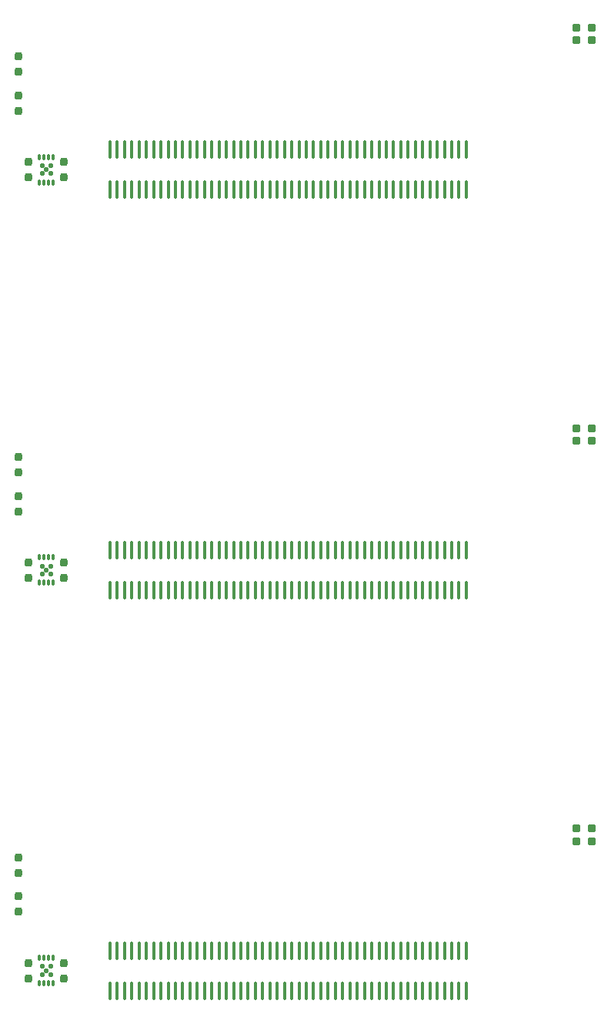
<source format=gtp>
G04 #@! TF.GenerationSoftware,KiCad,Pcbnew,8.0.6*
G04 #@! TF.CreationDate,2024-11-07T02:26:39-08:00*
G04 #@! TF.ProjectId,hvd-50-ce-panel,6876642d-3530-42d6-9365-2d70616e656c,1*
G04 #@! TF.SameCoordinates,Original*
G04 #@! TF.FileFunction,Paste,Top*
G04 #@! TF.FilePolarity,Positive*
%FSLAX46Y46*%
G04 Gerber Fmt 4.6, Leading zero omitted, Abs format (unit mm)*
G04 Created by KiCad (PCBNEW 8.0.6) date 2024-11-07 02:26:39*
%MOMM*%
%LPD*%
G01*
G04 APERTURE LIST*
G04 Aperture macros list*
%AMRoundRect*
0 Rectangle with rounded corners*
0 $1 Rounding radius*
0 $2 $3 $4 $5 $6 $7 $8 $9 X,Y pos of 4 corners*
0 Add a 4 corners polygon primitive as box body*
4,1,4,$2,$3,$4,$5,$6,$7,$8,$9,$2,$3,0*
0 Add four circle primitives for the rounded corners*
1,1,$1+$1,$2,$3*
1,1,$1+$1,$4,$5*
1,1,$1+$1,$6,$7*
1,1,$1+$1,$8,$9*
0 Add four rect primitives between the rounded corners*
20,1,$1+$1,$2,$3,$4,$5,0*
20,1,$1+$1,$4,$5,$6,$7,0*
20,1,$1+$1,$6,$7,$8,$9,0*
20,1,$1+$1,$8,$9,$2,$3,0*%
G04 Aperture macros list end*
%ADD10RoundRect,0.200000X0.250000X0.200000X-0.250000X0.200000X-0.250000X-0.200000X0.250000X-0.200000X0*%
%ADD11RoundRect,0.200000X0.200000X-0.250000X0.200000X0.250000X-0.200000X0.250000X-0.200000X-0.250000X0*%
%ADD12RoundRect,0.200000X-0.200000X0.250000X-0.200000X-0.250000X0.200000X-0.250000X0.200000X0.250000X0*%
%ADD13RoundRect,0.200000X-0.250000X-0.200000X0.250000X-0.200000X0.250000X0.200000X-0.250000X0.200000X0*%
%ADD14RoundRect,0.125000X0.125000X-0.125000X0.125000X0.125000X-0.125000X0.125000X-0.125000X-0.125000X0*%
%ADD15RoundRect,0.046875X0.103125X-0.253125X0.103125X0.253125X-0.103125X0.253125X-0.103125X-0.253125X0*%
%ADD16RoundRect,0.100000X0.100000X0.900000X-0.100000X0.900000X-0.100000X-0.900000X0.100000X-0.900000X0*%
G04 APERTURE END LIST*
D10*
G04 #@! TO.C,C2*
X-8950000Y114587000D03*
X-10650000Y114587000D03*
G04 #@! TD*
D11*
G04 #@! TO.C,R1*
X-67050000Y10152000D03*
X-67050000Y11852000D03*
G04 #@! TD*
D12*
G04 #@! TO.C,R2*
X-72100000Y23452000D03*
X-72100000Y21752000D03*
G04 #@! TD*
D11*
G04 #@! TO.C,R3*
X-72100000Y17452000D03*
X-72100000Y19152000D03*
G04 #@! TD*
D12*
G04 #@! TO.C,R2*
X-72100000Y67452000D03*
X-72100000Y65752000D03*
G04 #@! TD*
D11*
G04 #@! TO.C,R3*
X-72100000Y61452000D03*
X-72100000Y63152000D03*
G04 #@! TD*
G04 #@! TO.C,R1*
X-67050000Y54152000D03*
X-67050000Y55852000D03*
G04 #@! TD*
D13*
G04 #@! TO.C,R4*
X-10650000Y25202000D03*
X-8950000Y25202000D03*
G04 #@! TD*
D14*
G04 #@! TO.C,U1*
X-69450000Y10552000D03*
X-68550000Y10552000D03*
X-69000000Y11002000D03*
X-69450000Y11452000D03*
X-68550000Y11452000D03*
D15*
X-69750001Y9602000D03*
X-69250000Y9602000D03*
X-68750000Y9602000D03*
X-68249999Y9602000D03*
X-68249999Y12402000D03*
X-68750000Y12402000D03*
X-69250000Y12402000D03*
X-69750001Y12402000D03*
G04 #@! TD*
D14*
G04 #@! TO.C,U1*
X-69450000Y54552000D03*
X-68550000Y54552000D03*
X-69000000Y55002000D03*
X-69450000Y55452000D03*
X-68550000Y55452000D03*
D15*
X-69750001Y53602000D03*
X-69250000Y53602000D03*
X-68750000Y53602000D03*
X-68249999Y53602000D03*
X-68249999Y56402000D03*
X-68750000Y56402000D03*
X-69250000Y56402000D03*
X-69750001Y56402000D03*
G04 #@! TD*
D16*
G04 #@! TO.C,J1*
X-62000000Y52802000D03*
X-62000000Y57202000D03*
X-61200000Y52802000D03*
X-61200000Y57202000D03*
X-60400000Y52802000D03*
X-60400000Y57202000D03*
X-59600000Y52802000D03*
X-59600000Y57202000D03*
X-58800000Y52802000D03*
X-58800000Y57202000D03*
X-58000000Y52802000D03*
X-58000000Y57202000D03*
X-57200000Y52802000D03*
X-57200000Y57202000D03*
X-56400000Y52802000D03*
X-56400000Y57202000D03*
X-55600000Y52802000D03*
X-55600000Y57202000D03*
X-54800000Y52802000D03*
X-54800000Y57202000D03*
X-54000000Y52802000D03*
X-54000000Y57202000D03*
X-53200000Y52802000D03*
X-53200000Y57202000D03*
X-52400000Y52802000D03*
X-52400000Y57202000D03*
X-51600000Y52802000D03*
X-51600000Y57202000D03*
X-50800000Y52802000D03*
X-50800000Y57202000D03*
X-50000000Y52802000D03*
X-50000000Y57202000D03*
X-49200000Y52802000D03*
X-49200000Y57202000D03*
X-48400000Y52802000D03*
X-48400000Y57202000D03*
X-47600000Y52802000D03*
X-47600000Y57202000D03*
X-46800000Y52802000D03*
X-46800000Y57202000D03*
X-46000000Y52802000D03*
X-46000000Y57202000D03*
X-45200000Y52802000D03*
X-45200000Y57202000D03*
X-44400000Y52802000D03*
X-44400000Y57202000D03*
X-43600000Y52802000D03*
X-43600000Y57202000D03*
X-42800000Y52802000D03*
X-42800000Y57202000D03*
X-42000000Y52802000D03*
X-42000000Y57202000D03*
X-41200000Y52802000D03*
X-41200000Y57202000D03*
X-40400000Y52802000D03*
X-40400000Y57202000D03*
X-39600000Y52802000D03*
X-39600000Y57202000D03*
X-38800000Y52802000D03*
X-38800000Y57202000D03*
X-38000000Y52802000D03*
X-38000000Y57202000D03*
X-37200000Y52802000D03*
X-37200000Y57202000D03*
X-36400000Y52802000D03*
X-36400000Y57202000D03*
X-35600000Y52802000D03*
X-35600000Y57202000D03*
X-34800000Y52802000D03*
X-34800000Y57202000D03*
X-34000000Y52802000D03*
X-34000000Y57202000D03*
X-33200000Y52802000D03*
X-33200000Y57202000D03*
X-32400000Y52802000D03*
X-32400000Y57202000D03*
X-31600000Y52802000D03*
X-31600000Y57202000D03*
X-30800000Y52802000D03*
X-30800000Y57202000D03*
X-30000000Y52802000D03*
X-30000000Y57202000D03*
X-29200000Y52802000D03*
X-29200000Y57202000D03*
X-28400000Y52802000D03*
X-28400000Y57202000D03*
X-27600000Y52802000D03*
X-27600000Y57202000D03*
X-26800000Y52802000D03*
X-26800000Y57202000D03*
X-26000000Y52802000D03*
X-26000000Y57202000D03*
X-25200000Y52802000D03*
X-25200000Y57202000D03*
X-24400000Y52802000D03*
X-24400000Y57202000D03*
X-23600000Y52802000D03*
X-23600000Y57202000D03*
X-22800000Y52802000D03*
X-22800000Y57202000D03*
G04 #@! TD*
G04 #@! TO.C,J1*
X-62000000Y96802000D03*
X-62000000Y101202000D03*
X-61200000Y96802000D03*
X-61200000Y101202000D03*
X-60400000Y96802000D03*
X-60400000Y101202000D03*
X-59600000Y96802000D03*
X-59600000Y101202000D03*
X-58800000Y96802000D03*
X-58800000Y101202000D03*
X-58000000Y96802000D03*
X-58000000Y101202000D03*
X-57200000Y96802000D03*
X-57200000Y101202000D03*
X-56400000Y96802000D03*
X-56400000Y101202000D03*
X-55600000Y96802000D03*
X-55600000Y101202000D03*
X-54800000Y96802000D03*
X-54800000Y101202000D03*
X-54000000Y96802000D03*
X-54000000Y101202000D03*
X-53200000Y96802000D03*
X-53200000Y101202000D03*
X-52400000Y96802000D03*
X-52400000Y101202000D03*
X-51600000Y96802000D03*
X-51600000Y101202000D03*
X-50800000Y96802000D03*
X-50800000Y101202000D03*
X-50000000Y96802000D03*
X-50000000Y101202000D03*
X-49200000Y96802000D03*
X-49200000Y101202000D03*
X-48400000Y96802000D03*
X-48400000Y101202000D03*
X-47600000Y96802000D03*
X-47600000Y101202000D03*
X-46800000Y96802000D03*
X-46800000Y101202000D03*
X-46000000Y96802000D03*
X-46000000Y101202000D03*
X-45200000Y96802000D03*
X-45200000Y101202000D03*
X-44400000Y96802000D03*
X-44400000Y101202000D03*
X-43600000Y96802000D03*
X-43600000Y101202000D03*
X-42800000Y96802000D03*
X-42800000Y101202000D03*
X-42000000Y96802000D03*
X-42000000Y101202000D03*
X-41200000Y96802000D03*
X-41200000Y101202000D03*
X-40400000Y96802000D03*
X-40400000Y101202000D03*
X-39600000Y96802000D03*
X-39600000Y101202000D03*
X-38800000Y96802000D03*
X-38800000Y101202000D03*
X-38000000Y96802000D03*
X-38000000Y101202000D03*
X-37200000Y96802000D03*
X-37200000Y101202000D03*
X-36400000Y96802000D03*
X-36400000Y101202000D03*
X-35600000Y96802000D03*
X-35600000Y101202000D03*
X-34800000Y96802000D03*
X-34800000Y101202000D03*
X-34000000Y96802000D03*
X-34000000Y101202000D03*
X-33200000Y96802000D03*
X-33200000Y101202000D03*
X-32400000Y96802000D03*
X-32400000Y101202000D03*
X-31600000Y96802000D03*
X-31600000Y101202000D03*
X-30800000Y96802000D03*
X-30800000Y101202000D03*
X-30000000Y96802000D03*
X-30000000Y101202000D03*
X-29200000Y96802000D03*
X-29200000Y101202000D03*
X-28400000Y96802000D03*
X-28400000Y101202000D03*
X-27600000Y96802000D03*
X-27600000Y101202000D03*
X-26800000Y96802000D03*
X-26800000Y101202000D03*
X-26000000Y96802000D03*
X-26000000Y101202000D03*
X-25200000Y96802000D03*
X-25200000Y101202000D03*
X-24400000Y96802000D03*
X-24400000Y101202000D03*
X-23600000Y96802000D03*
X-23600000Y101202000D03*
X-22800000Y96802000D03*
X-22800000Y101202000D03*
G04 #@! TD*
D14*
G04 #@! TO.C,U1*
X-69450000Y98552000D03*
X-68550000Y98552000D03*
X-69000000Y99002000D03*
X-69450000Y99452000D03*
X-68550000Y99452000D03*
D15*
X-69750001Y97602000D03*
X-69250000Y97602000D03*
X-68750000Y97602000D03*
X-68249999Y97602000D03*
X-68249999Y100402000D03*
X-68750000Y100402000D03*
X-69250000Y100402000D03*
X-69750001Y100402000D03*
G04 #@! TD*
D11*
G04 #@! TO.C,R1*
X-67050000Y98152000D03*
X-67050000Y99852000D03*
G04 #@! TD*
D10*
G04 #@! TO.C,C2*
X-8950000Y26587000D03*
X-10650000Y26587000D03*
G04 #@! TD*
G04 #@! TO.C,C2*
X-8950000Y70587000D03*
X-10650000Y70587000D03*
G04 #@! TD*
D13*
G04 #@! TO.C,R4*
X-10650000Y69202000D03*
X-8950000Y69202000D03*
G04 #@! TD*
D11*
G04 #@! TO.C,C1*
X-70950000Y10152000D03*
X-70950000Y11852000D03*
G04 #@! TD*
D16*
G04 #@! TO.C,J1*
X-62000000Y8802000D03*
X-62000000Y13202000D03*
X-61200000Y8802000D03*
X-61200000Y13202000D03*
X-60400000Y8802000D03*
X-60400000Y13202000D03*
X-59600000Y8802000D03*
X-59600000Y13202000D03*
X-58800000Y8802000D03*
X-58800000Y13202000D03*
X-58000000Y8802000D03*
X-58000000Y13202000D03*
X-57200000Y8802000D03*
X-57200000Y13202000D03*
X-56400000Y8802000D03*
X-56400000Y13202000D03*
X-55600000Y8802000D03*
X-55600000Y13202000D03*
X-54800000Y8802000D03*
X-54800000Y13202000D03*
X-54000000Y8802000D03*
X-54000000Y13202000D03*
X-53200000Y8802000D03*
X-53200000Y13202000D03*
X-52400000Y8802000D03*
X-52400000Y13202000D03*
X-51600000Y8802000D03*
X-51600000Y13202000D03*
X-50800000Y8802000D03*
X-50800000Y13202000D03*
X-50000000Y8802000D03*
X-50000000Y13202000D03*
X-49200000Y8802000D03*
X-49200000Y13202000D03*
X-48400000Y8802000D03*
X-48400000Y13202000D03*
X-47600000Y8802000D03*
X-47600000Y13202000D03*
X-46800000Y8802000D03*
X-46800000Y13202000D03*
X-46000000Y8802000D03*
X-46000000Y13202000D03*
X-45200000Y8802000D03*
X-45200000Y13202000D03*
X-44400000Y8802000D03*
X-44400000Y13202000D03*
X-43600000Y8802000D03*
X-43600000Y13202000D03*
X-42800000Y8802000D03*
X-42800000Y13202000D03*
X-42000000Y8802000D03*
X-42000000Y13202000D03*
X-41200000Y8802000D03*
X-41200000Y13202000D03*
X-40400000Y8802000D03*
X-40400000Y13202000D03*
X-39600000Y8802000D03*
X-39600000Y13202000D03*
X-38800000Y8802000D03*
X-38800000Y13202000D03*
X-38000000Y8802000D03*
X-38000000Y13202000D03*
X-37200000Y8802000D03*
X-37200000Y13202000D03*
X-36400000Y8802000D03*
X-36400000Y13202000D03*
X-35600000Y8802000D03*
X-35600000Y13202000D03*
X-34800000Y8802000D03*
X-34800000Y13202000D03*
X-34000000Y8802000D03*
X-34000000Y13202000D03*
X-33200000Y8802000D03*
X-33200000Y13202000D03*
X-32400000Y8802000D03*
X-32400000Y13202000D03*
X-31600000Y8802000D03*
X-31600000Y13202000D03*
X-30800000Y8802000D03*
X-30800000Y13202000D03*
X-30000000Y8802000D03*
X-30000000Y13202000D03*
X-29200000Y8802000D03*
X-29200000Y13202000D03*
X-28400000Y8802000D03*
X-28400000Y13202000D03*
X-27600000Y8802000D03*
X-27600000Y13202000D03*
X-26800000Y8802000D03*
X-26800000Y13202000D03*
X-26000000Y8802000D03*
X-26000000Y13202000D03*
X-25200000Y8802000D03*
X-25200000Y13202000D03*
X-24400000Y8802000D03*
X-24400000Y13202000D03*
X-23600000Y8802000D03*
X-23600000Y13202000D03*
X-22800000Y8802000D03*
X-22800000Y13202000D03*
G04 #@! TD*
D11*
G04 #@! TO.C,C1*
X-70950000Y54152000D03*
X-70950000Y55852000D03*
G04 #@! TD*
G04 #@! TO.C,C1*
X-70950000Y98152000D03*
X-70950000Y99852000D03*
G04 #@! TD*
D13*
G04 #@! TO.C,R4*
X-10650000Y113202000D03*
X-8950000Y113202000D03*
G04 #@! TD*
D12*
G04 #@! TO.C,R2*
X-72100000Y111452000D03*
X-72100000Y109752000D03*
G04 #@! TD*
D11*
G04 #@! TO.C,R3*
X-72100000Y105452000D03*
X-72100000Y107152000D03*
G04 #@! TD*
M02*

</source>
